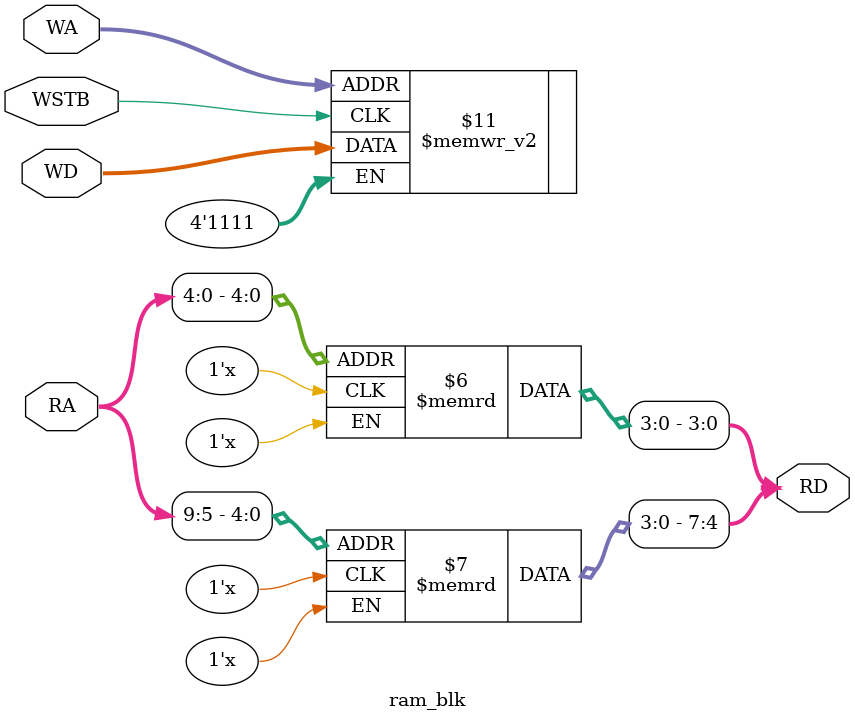
<source format=v>
module ram_blk #(parameter A=5, D=4, P=2)(input WSTB, input [A-1:0] WA, input [D-1:0] WD, input [A*P-1:0] RA, output [D*P-1:0] RD);
	reg [D-1:0] ram[0:2**A-1];
	always @(posedge WSTB) begin
		ram[WA] <= WD;
	end
	generate
		genvar ii;
		for (ii = 0; ii < P; ii = ii + 1'b1)
			assign RD[D*ii +: D] = ram[RA[A*ii +: A]];
	endgenerate
endmodule

</source>
